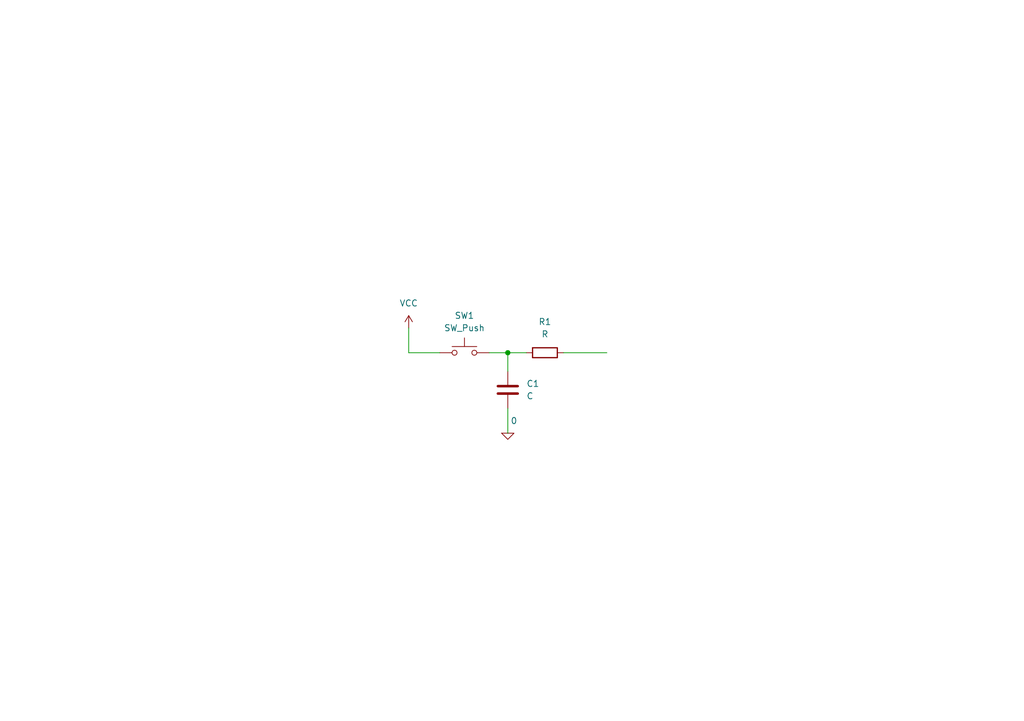
<source format=kicad_sch>
(kicad_sch (version 20231120) (generator "eeschema") (generator_version "8.0")
  (paper "A5")
  (title_block (title "Debouncing Circuit") (date "2024-04-24") (company "UPV") (comment 1 "Hazan Justine"))
  (lib_symbols
    (symbol "Device:C" (pin_numbers hide) (pin_names (offset 0.254))
      (property "Reference" "C" (at 0.635 2.54 0))
      (property "Value" "C" (at 0.635 -2.54 0))
      (symbol "C_0_1"
        (polyline (pts (xy -2.032 -0.762) (xy 2.032 -0.762)) (stroke (width 0.508)))
        (polyline (pts (xy -2.032 0.762) (xy 2.032 0.762)) (stroke (width 0.508)))
      )
      (symbol "C_1_1"
        (pin passive line (at 0 3.81 270) (length 2.794) (name "~") (number "1"))
        (pin passive line (at 0 -3.81 90) (length 2.794) (name "~") (number "2"))
      )
    )
    (symbol "Device:R" (pin_numbers hide) (pin_names (offset 0))
      (property "Reference" "R" (at 2.032 0 90))
      (property "Value" "R" (at 0 0 90))
      (symbol "R_0_1"
        (rectangle (start -1.016 -2.54) (end 1.016 2.54) (stroke (width 0.254)))
      )
      (symbol "R_1_1"
        (pin passive line (at 0 3.81 270) (length 1.27) (name "~") (number "1"))
        (pin passive line (at 0 -3.81 90) (length 1.27) (name "~") (number "2"))
      )
    )
    (symbol "Simulation_SPICE:0" (power) (pin_numbers hide) (pin_names (offset 0) hide)
      (property "Value" "0" (at 0 -2.54 0))
      (symbol "0_0_1"
        (polyline (pts (xy -1.27 0) (xy 0 -1.27) (xy 1.27 0) (xy -1.27 0)))
      )
      (symbol "0_1_1"
        (pin power_in line (at 0 0 0) (length 0) (name "~") (number "1"))
      )
    )
    (symbol "Switch:SW_Push" (pin_numbers hide) (pin_names (offset 1.016) hide)
      (property "Reference" "SW" (at 1.27 2.54 0))
      (property "Value" "SW_Push" (at 0 -1.524 0))
      (symbol "SW_Push_0_1"
        (circle (center -2.032 0) (radius 0.508))
        (polyline (pts (xy 0 1.27) (xy 0 3.048)))
        (polyline (pts (xy 2.54 1.27) (xy -2.54 1.27)))
        (circle (center 2.032 0) (radius 0.508))
        (pin passive line (at -5.08 0 0) (length 2.54) (name "1") (number "1"))
        (pin passive line (at 5.08 0 180) (length 2.54) (name "2") (number "2"))
      )
    )
    (symbol "power:VCC" (power) (pin_numbers hide) (pin_names (offset 0) hide)
      (property "Value" "VCC" (at 0 3.556 0))
      (symbol "VCC_0_1"
        (polyline (pts (xy -0.762 1.27) (xy 0 2.54)))
        (polyline (pts (xy 0 0) (xy 0 2.54)))
        (polyline (pts (xy 0 2.54) (xy 0.762 1.27)))
      )
      (symbol "VCC_1_1"
        (pin power_in line (at 0 0 90) (length 0) (name "~") (number "1"))
      )
    )
  )
  (junction (at 104.14 72.39))
  (wire (pts (xy 100.33 72.39) (xy 104.14 72.39)))
  (wire (pts (xy 115.57 72.39) (xy 124.46 72.39)))
  (wire (pts (xy 104.14 72.39) (xy 104.14 76.2)))
  (wire (pts (xy 104.14 83.82) (xy 104.14 88.9)))
  (wire (pts (xy 83.82 67.31) (xy 83.82 72.39)))
  (wire (pts (xy 83.82 72.39) (xy 90.17 72.39)))
  (wire (pts (xy 104.14 72.39) (xy 107.95 72.39)))
  (symbol (lib_id "Switch:SW_Push") (at 95.25 72.39 0) (unit 1)
    (property "Reference" "SW1" (at 95.25 64.77 0))
    (property "Value" "SW_Push" (at 95.25 67.31 0))
    (property "Description" "Push button switch, generic, two pins" (effects (hide yes)))
  )
  (symbol (lib_id "Simulation_SPICE:0") (at 104.14 88.9 0) (unit 1)
    (property "Reference" "#GND01" (effects (hide yes)))
    (property "Value" "0" (at 105.41 86.36 0))
    (property "Datasheet" "https://ngspice.sourceforge.io/docs/ngspice-html-manual/manual.xhtml#subsec_Circuit_elements__device" (effects (hide yes)))
    (property "Description" "0V reference potential for simulation" (effects (hide yes)))
  )
  (symbol (lib_id "power:VCC") (at 83.82 67.31 0) (unit 1)
    (property "Reference" "#PWR01" (effects (hide yes)))
    (property "Value" "VCC" (at 83.82 62.23 0))
    (property "Description" "Power symbol creates a global label with name \"VCC\"" (effects (hide yes)))
  )
  (symbol (lib_id "Device:C") (at 104.14 80.01 0) (unit 1)
    (property "Reference" "C1" (at 107.95 78.7399 0) (effects (justify left)))
    (property "Value" "C" (at 107.95 81.2799 0) (effects (justify left)))
    (property "Description" "Unpolarized capacitor" (effects (hide yes)))
  )
  (symbol (lib_id "Device:R") (at 111.76 72.39 90) (unit 1)
    (property "Reference" "R1" (at 111.76 66.04 90))
    (property "Value" "R" (at 111.76 68.58 90))
    (property "Description" "Resistor" (effects (hide yes)))
  )
)
</source>
